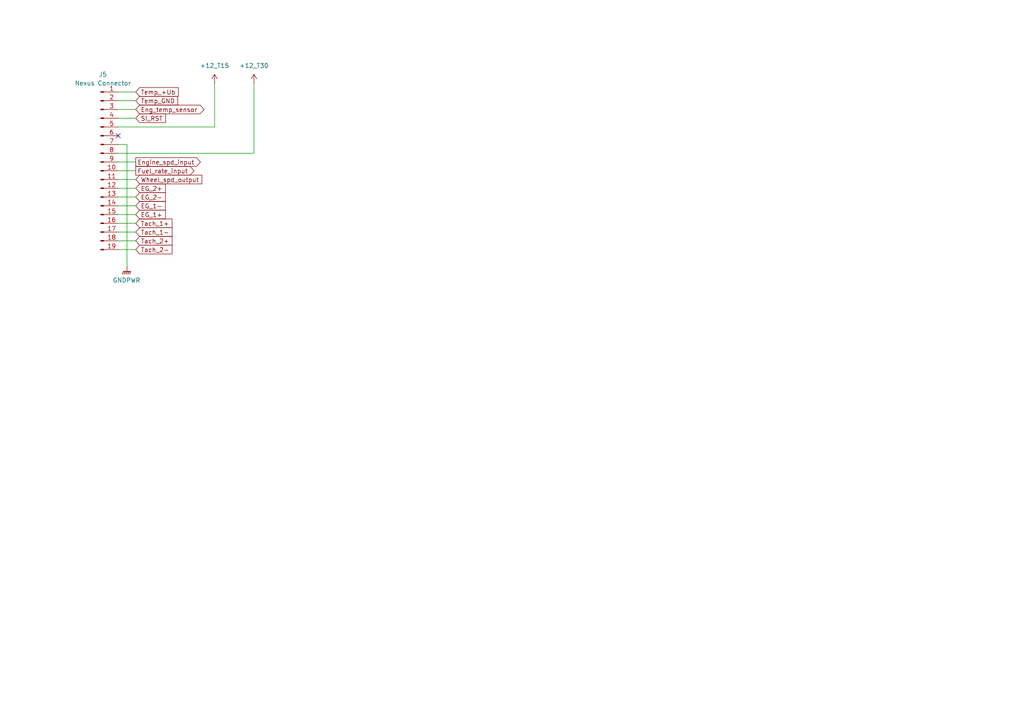
<source format=kicad_sch>
(kicad_sch (version 20250114) (generator "eeschema") (generator_version "9.0")
  (paper "A4")
  (title_block (title "BMW E30 Late Model SI Board") (rev "0") (company "Reagan Ansel"))
  (lib_symbols
    (symbol "Connector:Conn_01x19_Pin" (pin_names (offset 1.016) (hide yes))
      (property "Reference" "J" (at 0 25.4 0))
      (property "Value" "Conn_01x19_Pin" (at 0 -25.4 0))
      (symbol "Conn_01x19_Pin_1_1"
        (rectangle (start 0.8636 22.987) (end 0 22.733) (stroke (width 0.1524)) (fill (type outline)))
        (rectangle (start 0.8636 20.447) (end 0 20.193) (stroke (width 0.1524)) (fill (type outline)))
        (rectangle (start 0.8636 17.907) (end 0 17.653) (stroke (width 0.1524)) (fill (type outline)))
        (rectangle (start 0.8636 15.367) (end 0 15.113) (stroke (width 0.1524)) (fill (type outline)))
        (rectangle (start 0.8636 12.827) (end 0 12.573) (stroke (width 0.1524)) (fill (type outline)))
        (rectangle (start 0.8636 10.287) (end 0 10.033) (stroke (width 0.1524)) (fill (type outline)))
        (rectangle (start 0.8636 7.747) (end 0 7.493) (stroke (width 0.1524)) (fill (type outline)))
        (rectangle (start 0.8636 5.207) (end 0 4.953) (stroke (width 0.1524)) (fill (type outline)))
        (rectangle (start 0.8636 2.667) (end 0 2.413) (stroke (width 0.1524)) (fill (type outline)))
        (rectangle (start 0.8636 0.127) (end 0 -0.127) (stroke (width 0.1524)) (fill (type outline)))
        (rectangle (start 0.8636 -2.413) (end 0 -2.667) (stroke (width 0.1524)) (fill (type outline)))
        (rectangle (start 0.8636 -4.953) (end 0 -5.207) (stroke (width 0.1524)) (fill (type outline)))
        (rectangle (start 0.8636 -7.493) (end 0 -7.747) (stroke (width 0.1524)) (fill (type outline)))
        (rectangle (start 0.8636 -10.033) (end 0 -10.287) (stroke (width 0.1524)) (fill (type outline)))
        (rectangle (start 0.8636 -12.573) (end 0 -12.827) (stroke (width 0.1524)) (fill (type outline)))
        (rectangle (start 0.8636 -15.113) (end 0 -15.367) (stroke (width 0.1524)) (fill (type outline)))
        (rectangle (start 0.8636 -17.653) (end 0 -17.907) (stroke (width 0.1524)) (fill (type outline)))
        (rectangle (start 0.8636 -20.193) (end 0 -20.447) (stroke (width 0.1524)) (fill (type outline)))
        (rectangle (start 0.8636 -22.733) (end 0 -22.987) (stroke (width 0.1524)) (fill (type outline)))
        (polyline (pts (xy 1.27 22.86) (xy 0.8636 22.86)) (stroke (width 0.1524)))
        (polyline (pts (xy 1.27 20.32) (xy 0.8636 20.32)) (stroke (width 0.1524)))
        (polyline (pts (xy 1.27 17.78) (xy 0.8636 17.78)) (stroke (width 0.1524)))
        (polyline (pts (xy 1.27 15.24) (xy 0.8636 15.24)) (stroke (width 0.1524)))
        (polyline (pts (xy 1.27 12.7) (xy 0.8636 12.7)) (stroke (width 0.1524)))
        (polyline (pts (xy 1.27 10.16) (xy 0.8636 10.16)) (stroke (width 0.1524)))
        (polyline (pts (xy 1.27 7.62) (xy 0.8636 7.62)) (stroke (width 0.1524)))
        (polyline (pts (xy 1.27 5.08) (xy 0.8636 5.08)) (stroke (width 0.1524)))
        (polyline (pts (xy 1.27 2.54) (xy 0.8636 2.54)) (stroke (width 0.1524)))
        (polyline (pts (xy 1.27 0) (xy 0.8636 0)) (stroke (width 0.1524)))
        (polyline (pts (xy 1.27 -2.54) (xy 0.8636 -2.54)) (stroke (width 0.1524)))
        (polyline (pts (xy 1.27 -5.08) (xy 0.8636 -5.08)) (stroke (width 0.1524)))
        (polyline (pts (xy 1.27 -7.62) (xy 0.8636 -7.62)) (stroke (width 0.1524)))
        (polyline (pts (xy 1.27 -10.16) (xy 0.8636 -10.16)) (stroke (width 0.1524)))
        (polyline (pts (xy 1.27 -12.7) (xy 0.8636 -12.7)) (stroke (width 0.1524)))
        (polyline (pts (xy 1.27 -15.24) (xy 0.8636 -15.24)) (stroke (width 0.1524)))
        (polyline (pts (xy 1.27 -17.78) (xy 0.8636 -17.78)) (stroke (width 0.1524)))
        (polyline (pts (xy 1.27 -20.32) (xy 0.8636 -20.32)) (stroke (width 0.1524)))
        (polyline (pts (xy 1.27 -22.86) (xy 0.8636 -22.86)) (stroke (width 0.1524)))
        (pin passive line (at 5.08 22.86 180) (length 3.81) (name "Pin_1") (number "1"))
        (pin passive line (at 5.08 20.32 180) (length 3.81) (name "Pin_2") (number "2"))
        (pin passive line (at 5.08 17.78 180) (length 3.81) (name "Pin_3") (number "3"))
        (pin passive line (at 5.08 15.24 180) (length 3.81) (name "Pin_4") (number "4"))
        (pin passive line (at 5.08 12.7 180) (length 3.81) (name "Pin_5") (number "5"))
        (pin passive line (at 5.08 10.16 180) (length 3.81) (name "Pin_6") (number "6"))
        (pin passive line (at 5.08 7.62 180) (length 3.81) (name "Pin_7") (number "7"))
        (pin passive line (at 5.08 5.08 180) (length 3.81) (name "Pin_8") (number "8"))
        (pin passive line (at 5.08 2.54 180) (length 3.81) (name "Pin_9") (number "9"))
        (pin passive line (at 5.08 0 180) (length 3.81) (name "Pin_10") (number "10"))
        (pin passive line (at 5.08 -2.54 180) (length 3.81) (name "Pin_11") (number "11"))
        (pin passive line (at 5.08 -5.08 180) (length 3.81) (name "Pin_12") (number "12"))
        (pin passive line (at 5.08 -7.62 180) (length 3.81) (name "Pin_13") (number "13"))
        (pin passive line (at 5.08 -10.16 180) (length 3.81) (name "Pin_14") (number "14"))
        (pin passive line (at 5.08 -12.7 180) (length 3.81) (name "Pin_15") (number "15"))
        (pin passive line (at 5.08 -15.24 180) (length 3.81) (name "Pin_16") (number "16"))
        (pin passive line (at 5.08 -17.78 180) (length 3.81) (name "Pin_17") (number "17"))
        (pin passive line (at 5.08 -20.32 180) (length 3.81) (name "Pin_18") (number "18"))
        (pin passive line (at 5.08 -22.86 180) (length 3.81) (name "Pin_19") (number "19"))
      )
    )
    (symbol "power:+12V" (power) (pin_numbers (hide yes)) (pin_names (offset 0) (hide yes))
      (property "Value" "+12V" (at 0 3.556 0))
      (symbol "+12V_0_1"
        (polyline (pts (xy -0.762 1.27) (xy 0 2.54)))
        (polyline (pts (xy 0 2.54) (xy 0.762 1.27)))
        (polyline (pts (xy 0 0) (xy 0 2.54)))
      )
      (symbol "+12V_1_1"
        (pin power_in line (at 0 0 90) (length 0) (name "~") (number "1"))
      )
    )
    (symbol "power:GNDPWR" (power) (pin_numbers (hide yes)) (pin_names (offset 0) (hide yes))
      (property "Value" "GNDPWR" (at 0 -3.302 0))
      (symbol "GNDPWR_0_1"
        (polyline (pts (xy -1.016 -1.27) (xy -1.27 -2.032) (xy -1.27 -2.032)) (stroke (width 0.2032)))
        (polyline (pts (xy -0.508 -1.27) (xy -0.762 -2.032) (xy -0.762 -2.032)) (stroke (width 0.2032)))
        (polyline (pts (xy 0 -1.27) (xy 0 0)))
        (polyline (pts (xy 0 -1.27) (xy -0.254 -2.032) (xy -0.254 -2.032)) (stroke (width 0.2032)))
        (polyline (pts (xy 0.508 -1.27) (xy 0.254 -2.032) (xy 0.254 -2.032)) (stroke (width 0.2032)))
        (polyline (pts (xy 1.016 -1.27) (xy -1.016 -1.27) (xy -1.016 -1.27)) (stroke (width 0.2032)))
        (polyline (pts (xy 1.016 -1.27) (xy 0.762 -2.032) (xy 0.762 -2.032) (xy 0.762 -2.032)) (stroke (width 0.2032)))
      )
      (symbol "GNDPWR_1_1"
        (pin power_in line (at 0 0 270) (length 0) (name "~") (number "1"))
      )
    )
  )
  (no_connect (at 34.29 39.37))
  (wire (pts (xy 34.29 46.99) (xy 39.37 46.99)))
  (wire (pts (xy 62.23 36.83) (xy 34.29 36.83)))
  (wire (pts (xy 34.29 59.69) (xy 39.37 59.69)))
  (wire (pts (xy 34.29 57.15) (xy 39.37 57.15)))
  (wire (pts (xy 34.29 29.21) (xy 39.37 29.21)))
  (wire (pts (xy 36.83 41.91) (xy 34.29 41.91)))
  (wire (pts (xy 34.29 52.07) (xy 39.37 52.07)))
  (wire (pts (xy 34.29 67.31) (xy 39.37 67.31)))
  (wire (pts (xy 34.29 62.23) (xy 39.37 62.23)))
  (wire (pts (xy 34.29 34.29) (xy 39.37 34.29)))
  (wire (pts (xy 34.29 54.61) (xy 39.37 54.61)))
  (wire (pts (xy 62.23 24.13) (xy 62.23 36.83)))
  (wire (pts (xy 73.66 24.13) (xy 73.66 44.45)))
  (wire (pts (xy 34.29 26.67) (xy 39.37 26.67)))
  (wire (pts (xy 34.29 69.85) (xy 39.37 69.85)))
  (wire (pts (xy 34.29 72.39) (xy 39.37 72.39)))
  (wire (pts (xy 34.29 49.53) (xy 39.37 49.53)))
  (wire (pts (xy 36.83 77.47) (xy 36.83 41.91)))
  (wire (pts (xy 34.29 64.77) (xy 39.37 64.77)))
  (wire (pts (xy 73.66 44.45) (xy 34.29 44.45)))
  (wire (pts (xy 34.29 31.75) (xy 39.37 31.75)))
  (global_label "Tach_1+" (shape input) (at 39.37 64.77 0) (property "Intersheetrefs" "${INTERSHEET_REFS}" (effects (hide yes))))
  (global_label "SI_RST" (shape input) (at 39.37 34.29 0) (property "Intersheetrefs" "${INTERSHEET_REFS}" (effects (hide yes))))
  (global_label "Temp_GND" (shape input) (at 39.37 29.21 0) (property "Intersheetrefs" "${INTERSHEET_REFS}" (effects (hide yes))))
  (global_label "Fuel_rate_input" (shape output) (at 39.37 49.53 0) (property "Intersheetrefs" "${INTERSHEET_REFS}" (effects (hide yes))))
  (global_label "EG_2-" (shape input) (at 39.37 57.15 0) (property "Intersheetrefs" "${INTERSHEET_REFS}" (effects (hide yes))))
  (global_label "Tach_2-" (shape input) (at 39.37 72.39 0) (property "Intersheetrefs" "${INTERSHEET_REFS}" (effects (hide yes))))
  (global_label "EG_1-" (shape input) (at 39.37 59.69 0) (property "Intersheetrefs" "${INTERSHEET_REFS}" (effects (hide yes))))
  (global_label "Wheel_spd_output" (shape input) (at 39.37 52.07 0) (property "Intersheetrefs" "${INTERSHEET_REFS}" (effects (hide yes))))
  (global_label "Temp_+Ub" (shape input) (at 39.37 26.67 0) (property "Intersheetrefs" "${INTERSHEET_REFS}" (effects (hide yes))))
  (global_label "Engine_spd_input" (shape output) (at 39.37 46.99 0) (property "Intersheetrefs" "${INTERSHEET_REFS}" (effects (hide yes))))
  (global_label "Tach_1-" (shape input) (at 39.37 67.31 0) (property "Intersheetrefs" "${INTERSHEET_REFS}" (effects (hide yes))))
  (global_label "Eng_temp_sensor" (shape bidirectional) (at 39.37 31.75 0) (property "Intersheetrefs" "${INTERSHEET_REFS}" (effects (hide yes))))
  (global_label "Tach_2+" (shape input) (at 39.37 69.85 0) (property "Intersheetrefs" "${INTERSHEET_REFS}" (effects (hide yes))))
  (global_label "EG_2+" (shape input) (at 39.37 54.61 0) (property "Intersheetrefs" "${INTERSHEET_REFS}" (effects (hide yes))))
  (global_label "EG_1+" (shape input) (at 39.37 62.23 0) (property "Intersheetrefs" "${INTERSHEET_REFS}" (effects (hide yes))))
  (symbol (lib_id "power:GNDPWR") (at 36.83 77.47 0) (unit 1)
    (property "Reference" "#PWR038" (effects (hide yes)))
    (property "Value" "GNDPWR" (at 36.703 81.28 0))
    (property "Description" "Power symbol creates a global label with name \"GNDPWR\" , global ground" (effects (hide yes)))
  )
  (symbol (lib_id "Connector:Conn_01x19_Pin") (at 29.21 49.53 0) (unit 1)
    (property "Reference" "J5" (at 29.845 21.59 0))
    (property "Value" "Nexus Connector" (at 29.845 24.13 0))
    (property "Description" "Generic connector, single row, 01x19, script generated" (effects (hide yes)))
  )
  (symbol (lib_id "power:+12V") (at 62.23 24.13 0) (unit 1)
    (property "Reference" "#PWR022" (effects (hide yes)))
    (property "Value" "+12_T15" (at 62.23 19.05 0))
    (property "Description" "Power symbol creates a global label with name \"+12V\"" (effects (hide yes)))
  )
  (symbol (lib_id "power:+12V") (at 73.66 24.13 0) (unit 1)
    (property "Reference" "#PWR039" (effects (hide yes)))
    (property "Value" "+12_T30" (at 73.66 19.05 0))
    (property "Description" "Power symbol creates a global label with name \"+12V\"" (effects (hide yes)))
  )
)
</source>
